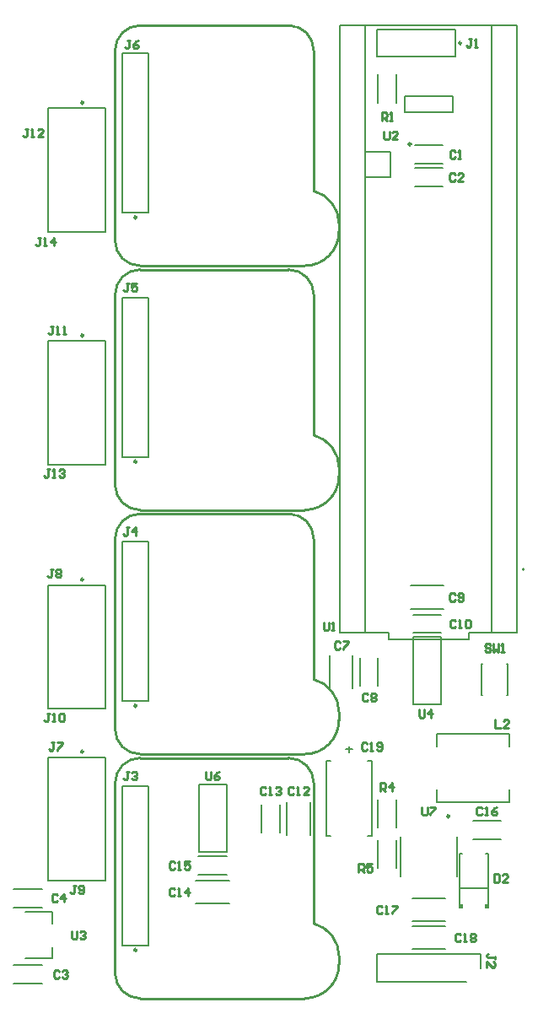
<source format=gto>
G04*
G04 #@! TF.GenerationSoftware,Altium Limited,Altium Designer,25.1.2 (22)*
G04*
G04 Layer_Color=65535*
%FSLAX26Y26*%
%MOIN*%
G70*
G04*
G04 #@! TF.SameCoordinates,36FF1957-655E-4FCE-A78B-4FF043CE075B*
G04*
G04*
G04 #@! TF.FilePolarity,Positive*
G04*
G01*
G75*
%ADD10C,0.010000*%
%ADD11C,0.009842*%
%ADD12C,0.007874*%
%ADD13C,0.006000*%
%ADD14C,0.005000*%
G36*
X1814732Y406810D02*
X1830740Y406759D01*
X1830562Y388666D01*
X1814732Y388810D01*
Y406810D01*
D02*
G37*
G36*
X1917030Y407135D02*
X1933038Y407082D01*
X1932860Y388990D01*
X1917030Y389135D01*
Y407135D01*
D02*
G37*
D10*
X1240000Y3781012D02*
G03*
X1141012Y3880000I-98988J0D01*
G01*
X553914D02*
G03*
X455000Y3781086I0J-98915D01*
G01*
Y3028620D02*
G03*
X553620Y2930000I98620J0D01*
G01*
X1340527Y3095000D02*
G03*
X1239992Y3225932I-135527J0D01*
G01*
X1205008Y2930000D02*
G03*
X1340000Y3065000I-8J135000D01*
G01*
X1240000Y2816012D02*
G03*
X1141012Y2915000I-98988J0D01*
G01*
X553914D02*
G03*
X455000Y2816086I0J-98915D01*
G01*
Y2063620D02*
G03*
X553620Y1965000I98620J0D01*
G01*
X1340527Y2130000D02*
G03*
X1239992Y2260932I-135527J0D01*
G01*
X1205008Y1965000D02*
G03*
X1340000Y2100000I-8J135000D01*
G01*
X1240000Y1851012D02*
G03*
X1141012Y1950000I-98988J0D01*
G01*
X553914D02*
G03*
X455000Y1851085I0J-98915D01*
G01*
Y1098620D02*
G03*
X553620Y1000000I98620J0D01*
G01*
X1340527Y1165000D02*
G03*
X1239992Y1295932I-135527J0D01*
G01*
X1205008Y1000000D02*
G03*
X1340000Y1135000I-8J135000D01*
G01*
X1240000Y886012D02*
G03*
X1141012Y985000I-98988J0D01*
G01*
X553914D02*
G03*
X455000Y886086I0J-98915D01*
G01*
Y133620D02*
G03*
X553620Y35000I98620J0D01*
G01*
X1340527Y200000D02*
G03*
X1239992Y330932I-135527J0D01*
G01*
X1205008Y35000D02*
G03*
X1340000Y170000I-8J135000D01*
G01*
X1240000Y3226000D02*
Y3781012D01*
X553914Y3880000D02*
X1141012D01*
X455000Y3028620D02*
Y3781086D01*
X553620Y2930000D02*
X1205008D01*
X1239992Y3225932D02*
X1240000Y3226000D01*
X1340000Y3065000D02*
X1340527Y3095000D01*
X1240000Y2261000D02*
Y2816012D01*
X553914Y2915000D02*
X1141012D01*
X455000Y2063620D02*
Y2816086D01*
X553620Y1965000D02*
X1205008D01*
X1239992Y2260932D02*
X1240000Y2261000D01*
X1340000Y2100000D02*
X1340527Y2130000D01*
X1240000Y1296000D02*
Y1851012D01*
X553914Y1950000D02*
X1141012D01*
X455000Y1098620D02*
Y1851085D01*
X553620Y1000000D02*
X1205008D01*
X1239992Y1295932D02*
X1240000Y1296000D01*
X1340000Y1135000D02*
X1340527Y1165000D01*
X1240000Y331000D02*
Y886012D01*
X553914Y985000D02*
X1141012D01*
X455000Y133620D02*
Y886086D01*
X553620Y35000D02*
X1205008D01*
X1239992Y330932D02*
X1240000Y331000D01*
X1340000Y170000D02*
X1340527Y200000D01*
X1278674Y1520995D02*
Y1494337D01*
X1284005Y1489005D01*
X1294668D01*
X1300000Y1494337D01*
Y1520995D01*
X1310663Y1489005D02*
X1321326D01*
X1315995D01*
Y1520995D01*
X1310663Y1515663D01*
X1668342Y790995D02*
Y764337D01*
X1673674Y759005D01*
X1684337D01*
X1689668Y764337D01*
Y790995D01*
X1700332D02*
X1721658D01*
Y785663D01*
X1700332Y764337D01*
Y759005D01*
X1418342Y534005D02*
Y565995D01*
X1434337D01*
X1439668Y560663D01*
Y550000D01*
X1434337Y544668D01*
X1418342D01*
X1429005D02*
X1439668Y534005D01*
X1471658Y565995D02*
X1450332D01*
Y550000D01*
X1460995Y555332D01*
X1466326D01*
X1471658Y550000D01*
Y539337D01*
X1466326Y534005D01*
X1455663D01*
X1450332Y539337D01*
X1503342Y854005D02*
Y885995D01*
X1519337D01*
X1524668Y880663D01*
Y870000D01*
X1519337Y864668D01*
X1503342D01*
X1514005D02*
X1524668Y854005D01*
X1551326D02*
Y885995D01*
X1535332Y870000D01*
X1556658D01*
X1958342Y1135995D02*
Y1104005D01*
X1979668D01*
X2011658D02*
X1990332D01*
X2011658Y1125332D01*
Y1130663D01*
X2006326Y1135995D01*
X1995663D01*
X1990332Y1130663D01*
X1953342Y525995D02*
Y494005D01*
X1969337D01*
X1974668Y499337D01*
Y520663D01*
X1969337Y525995D01*
X1953342D01*
X2006658Y494005D02*
X1985332D01*
X2006658Y515332D01*
Y520663D01*
X2001326Y525995D01*
X1990663D01*
X1985332Y520663D01*
X1451339Y1040663D02*
X1446008Y1045995D01*
X1435345D01*
X1430013Y1040663D01*
Y1019337D01*
X1435345Y1014005D01*
X1446008D01*
X1451339Y1019337D01*
X1462003Y1014005D02*
X1472666D01*
X1467334D01*
Y1045995D01*
X1462003Y1040663D01*
X1488661Y1019337D02*
X1493992Y1014005D01*
X1504656D01*
X1509987Y1019337D01*
Y1040663D01*
X1504656Y1045995D01*
X1493992D01*
X1488661Y1040663D01*
Y1035332D01*
X1493992Y1030000D01*
X1509987D01*
X1821339Y285663D02*
X1816008Y290995D01*
X1805345D01*
X1800013Y285663D01*
Y264337D01*
X1805345Y259005D01*
X1816008D01*
X1821339Y264337D01*
X1832003Y259005D02*
X1842666D01*
X1837334D01*
Y290995D01*
X1832003Y285663D01*
X1858661D02*
X1863992Y290995D01*
X1874656D01*
X1879987Y285663D01*
Y280332D01*
X1874656Y275000D01*
X1879987Y269668D01*
Y264337D01*
X1874656Y259005D01*
X1863992D01*
X1858661Y264337D01*
Y269668D01*
X1863992Y275000D01*
X1858661Y280332D01*
Y285663D01*
X1863992Y275000D02*
X1874656D01*
X1511339Y395663D02*
X1506008Y400995D01*
X1495345D01*
X1490013Y395663D01*
Y374337D01*
X1495345Y369005D01*
X1506008D01*
X1511339Y374337D01*
X1522003Y369005D02*
X1532666D01*
X1527334D01*
Y400995D01*
X1522003Y395663D01*
X1548661Y400995D02*
X1569987D01*
Y395663D01*
X1548661Y374337D01*
Y369005D01*
X1906339Y785663D02*
X1901008Y790995D01*
X1890345D01*
X1885013Y785663D01*
Y764337D01*
X1890345Y759005D01*
X1901008D01*
X1906339Y764337D01*
X1917003Y759005D02*
X1927666D01*
X1922334D01*
Y790995D01*
X1917003Y785663D01*
X1964987Y790995D02*
X1954324Y785663D01*
X1943661Y775000D01*
Y764337D01*
X1948992Y759005D01*
X1959656D01*
X1964987Y764337D01*
Y769668D01*
X1959656Y775000D01*
X1943661D01*
X209668Y1730995D02*
X199005D01*
X204337D01*
Y1704337D01*
X199005Y1699005D01*
X193674D01*
X188342Y1704337D01*
X220332Y1725663D02*
X225663Y1730995D01*
X236327D01*
X241658Y1725663D01*
Y1720332D01*
X236327Y1715000D01*
X241658Y1709668D01*
Y1704337D01*
X236327Y1699005D01*
X225663D01*
X220332Y1704337D01*
Y1709668D01*
X225663Y1715000D01*
X220332Y1720332D01*
Y1725663D01*
X225663Y1715000D02*
X236327D01*
X161339Y3040995D02*
X150676D01*
X156008D01*
Y3014337D01*
X150676Y3009005D01*
X145345D01*
X140013Y3014337D01*
X172003Y3009005D02*
X182666D01*
X177334D01*
Y3040995D01*
X172003Y3035663D01*
X214655Y3009005D02*
Y3040995D01*
X198661Y3025000D01*
X219987D01*
X196339Y2125995D02*
X185676D01*
X191008D01*
Y2099337D01*
X185676Y2094005D01*
X180345D01*
X175013Y2099337D01*
X207003Y2094005D02*
X217666D01*
X212334D01*
Y2125995D01*
X207003Y2120663D01*
X233661D02*
X238992Y2125995D01*
X249655D01*
X254987Y2120663D01*
Y2115332D01*
X249655Y2110000D01*
X244324D01*
X249655D01*
X254987Y2104668D01*
Y2099337D01*
X249655Y2094005D01*
X238992D01*
X233661Y2099337D01*
X111339Y3470995D02*
X100676D01*
X106008D01*
Y3444337D01*
X100676Y3439005D01*
X95345D01*
X90013Y3444337D01*
X122003Y3439005D02*
X132666D01*
X127334D01*
Y3470995D01*
X122003Y3465663D01*
X169987Y3439005D02*
X148661D01*
X169987Y3460332D01*
Y3465663D01*
X164655Y3470995D01*
X153992D01*
X148661Y3465663D01*
X211671Y2690995D02*
X201008D01*
X206339D01*
Y2664337D01*
X201008Y2659005D01*
X195676D01*
X190345Y2664337D01*
X222334Y2659005D02*
X232998D01*
X227666D01*
Y2690995D01*
X222334Y2685663D01*
X248992Y2659005D02*
X259656D01*
X254324D01*
Y2690995D01*
X248992Y2685663D01*
X196339Y1160995D02*
X185676D01*
X191008D01*
Y1134337D01*
X185676Y1129005D01*
X180345D01*
X175013Y1134337D01*
X207003Y1129005D02*
X217666D01*
X212334D01*
Y1160995D01*
X207003Y1155663D01*
X233661D02*
X238992Y1160995D01*
X249655D01*
X254987Y1155663D01*
Y1134337D01*
X249655Y1129005D01*
X238992D01*
X233661Y1134337D01*
Y1155663D01*
X299668Y480995D02*
X289005D01*
X294337D01*
Y454337D01*
X289005Y449005D01*
X283674D01*
X278342Y454337D01*
X310332D02*
X315663Y449005D01*
X326327D01*
X331658Y454337D01*
Y475663D01*
X326327Y480995D01*
X315663D01*
X310332Y475663D01*
Y470332D01*
X315663Y465000D01*
X331658D01*
X214668Y1045995D02*
X204005D01*
X209337D01*
Y1019337D01*
X204005Y1014005D01*
X198674D01*
X193342Y1019337D01*
X225332Y1045995D02*
X246658D01*
Y1040663D01*
X225332Y1019337D01*
Y1014005D01*
X514668Y3820995D02*
X504005D01*
X509337D01*
Y3794337D01*
X504005Y3789005D01*
X498674D01*
X493342Y3794337D01*
X546658Y3820995D02*
X535995Y3815663D01*
X525332Y3805000D01*
Y3794337D01*
X530663Y3789005D01*
X541327D01*
X546658Y3794337D01*
Y3799668D01*
X541327Y3805000D01*
X525332D01*
X509668Y2860995D02*
X499005D01*
X504337D01*
Y2834337D01*
X499005Y2829005D01*
X493674D01*
X488342Y2834337D01*
X541658Y2860995D02*
X520332D01*
Y2845000D01*
X530995Y2850332D01*
X536327D01*
X541658Y2845000D01*
Y2834337D01*
X536327Y2829005D01*
X525663D01*
X520332Y2834337D01*
X509668Y1895995D02*
X499005D01*
X504337D01*
Y1869337D01*
X499005Y1864005D01*
X493674D01*
X488342Y1869337D01*
X536327Y1864005D02*
Y1895995D01*
X520332Y1880000D01*
X541658D01*
X509668Y930995D02*
X499005D01*
X504337D01*
Y904337D01*
X499005Y899005D01*
X493674D01*
X488342Y904337D01*
X520332Y925663D02*
X525663Y930995D01*
X536327D01*
X541658Y925663D01*
Y920332D01*
X536327Y915000D01*
X530995D01*
X536327D01*
X541658Y909668D01*
Y904337D01*
X536327Y899005D01*
X525663D01*
X520332Y904337D01*
X1939005Y1430663D02*
X1933674Y1435995D01*
X1923010D01*
X1917679Y1430663D01*
Y1425332D01*
X1923010Y1420000D01*
X1933674D01*
X1939005Y1414668D01*
Y1409337D01*
X1933674Y1404005D01*
X1923010D01*
X1917679Y1409337D01*
X1949668Y1435995D02*
Y1404005D01*
X1960332Y1414668D01*
X1970995Y1404005D01*
Y1435995D01*
X1981658Y1404005D02*
X1992321D01*
X1986990D01*
Y1435995D01*
X1981658Y1430663D01*
X1518342Y3460995D02*
Y3434337D01*
X1523674Y3429005D01*
X1534337D01*
X1539668Y3434337D01*
Y3460995D01*
X1571658Y3429005D02*
X1550332D01*
X1571658Y3450332D01*
Y3455663D01*
X1566326Y3460995D01*
X1555663D01*
X1550332Y3455663D01*
X1508674Y3504005D02*
Y3535995D01*
X1524668D01*
X1530000Y3530663D01*
Y3520000D01*
X1524668Y3514668D01*
X1508674D01*
X1519337D02*
X1530000Y3504005D01*
X1540663D02*
X1551326D01*
X1545995D01*
Y3535995D01*
X1540663Y3530663D01*
X1865000Y3825995D02*
X1854337D01*
X1859668D01*
Y3799337D01*
X1854337Y3794005D01*
X1849005D01*
X1843674Y3799337D01*
X1875663Y3794005D02*
X1886326D01*
X1880995D01*
Y3825995D01*
X1875663Y3820663D01*
X1799668Y3290663D02*
X1794337Y3295995D01*
X1783674D01*
X1778342Y3290663D01*
Y3269337D01*
X1783674Y3264005D01*
X1794337D01*
X1799668Y3269337D01*
X1831658Y3264005D02*
X1810332D01*
X1831658Y3285332D01*
Y3290663D01*
X1826326Y3295995D01*
X1815663D01*
X1810332Y3290663D01*
X1800000Y3380663D02*
X1794668Y3385995D01*
X1784005D01*
X1778674Y3380663D01*
Y3359337D01*
X1784005Y3354005D01*
X1794668D01*
X1800000Y3359337D01*
X1810663Y3354005D02*
X1821326D01*
X1815995D01*
Y3385995D01*
X1810663Y3380663D01*
X1955995Y190332D02*
Y200995D01*
Y195663D01*
X1929337D01*
X1924005Y200995D01*
Y206327D01*
X1929337Y211658D01*
X1924005Y158342D02*
Y179668D01*
X1945332Y158342D01*
X1950663D01*
X1955995Y163674D01*
Y174337D01*
X1950663Y179668D01*
X813342Y930995D02*
Y904337D01*
X818674Y899005D01*
X829337D01*
X834668Y904337D01*
Y930995D01*
X866658D02*
X855995Y925663D01*
X845332Y915000D01*
Y904337D01*
X850663Y899005D01*
X861327D01*
X866658Y904337D01*
Y909668D01*
X861327Y915000D01*
X845332D01*
X691339Y570663D02*
X686008Y575995D01*
X675345D01*
X670013Y570663D01*
Y549337D01*
X675345Y544005D01*
X686008D01*
X691339Y549337D01*
X702003Y544005D02*
X712666D01*
X707334D01*
Y575995D01*
X702003Y570663D01*
X749987Y575995D02*
X728661D01*
Y560000D01*
X739324Y565332D01*
X744655D01*
X749987Y560000D01*
Y549337D01*
X744655Y544005D01*
X733992D01*
X728661Y549337D01*
X691339Y465663D02*
X686008Y470995D01*
X675345D01*
X670013Y465663D01*
Y444337D01*
X675345Y439005D01*
X686008D01*
X691339Y444337D01*
X702003Y439005D02*
X712666D01*
X707334D01*
Y470995D01*
X702003Y465663D01*
X744655Y439005D02*
Y470995D01*
X728661Y455000D01*
X749987D01*
X1051339Y865663D02*
X1046008Y870995D01*
X1035345D01*
X1030013Y865663D01*
Y844337D01*
X1035345Y839005D01*
X1046008D01*
X1051339Y844337D01*
X1062003Y839005D02*
X1072666D01*
X1067334D01*
Y870995D01*
X1062003Y865663D01*
X1088661D02*
X1093992Y870995D01*
X1104656D01*
X1109987Y865663D01*
Y860332D01*
X1104656Y855000D01*
X1099324D01*
X1104656D01*
X1109987Y849668D01*
Y844337D01*
X1104656Y839005D01*
X1093992D01*
X1088661Y844337D01*
X1161339Y865663D02*
X1156008Y870995D01*
X1145345D01*
X1140013Y865663D01*
Y844337D01*
X1145345Y839005D01*
X1156008D01*
X1161339Y844337D01*
X1172003Y839005D02*
X1182666D01*
X1177334D01*
Y870995D01*
X1172003Y865663D01*
X1219987Y839005D02*
X1198661D01*
X1219987Y860332D01*
Y865663D01*
X1214656Y870995D01*
X1203992D01*
X1198661Y865663D01*
X1801339Y1525663D02*
X1796008Y1530995D01*
X1785345D01*
X1780013Y1525663D01*
Y1504337D01*
X1785345Y1499005D01*
X1796008D01*
X1801339Y1504337D01*
X1812003Y1499005D02*
X1822666D01*
X1817334D01*
Y1530995D01*
X1812003Y1525663D01*
X1838661D02*
X1843992Y1530995D01*
X1854656D01*
X1859987Y1525663D01*
Y1504337D01*
X1854656Y1499005D01*
X1843992D01*
X1838661Y1504337D01*
Y1525663D01*
X1799668Y1630663D02*
X1794337Y1635995D01*
X1783674D01*
X1778342Y1630663D01*
Y1609337D01*
X1783674Y1604005D01*
X1794337D01*
X1799668Y1609337D01*
X1810332D02*
X1815663Y1604005D01*
X1826326D01*
X1831658Y1609337D01*
Y1630663D01*
X1826326Y1635995D01*
X1815663D01*
X1810332Y1630663D01*
Y1625332D01*
X1815663Y1620000D01*
X1831658D01*
X1454668Y1235663D02*
X1449337Y1240995D01*
X1438674D01*
X1433342Y1235663D01*
Y1214337D01*
X1438674Y1209005D01*
X1449337D01*
X1454668Y1214337D01*
X1465332Y1235663D02*
X1470663Y1240995D01*
X1481326D01*
X1486658Y1235663D01*
Y1230332D01*
X1481326Y1225000D01*
X1486658Y1219668D01*
Y1214337D01*
X1481326Y1209005D01*
X1470663D01*
X1465332Y1214337D01*
Y1219668D01*
X1470663Y1225000D01*
X1465332Y1230332D01*
Y1235663D01*
X1470663Y1225000D02*
X1481326D01*
X1656866Y1177248D02*
Y1150590D01*
X1662197Y1145259D01*
X1672860D01*
X1678192Y1150590D01*
Y1177248D01*
X1704850Y1145259D02*
Y1177248D01*
X1688855Y1161254D01*
X1710182D01*
X1344668Y1440663D02*
X1339337Y1445995D01*
X1328674D01*
X1323342Y1440663D01*
Y1419337D01*
X1328674Y1414005D01*
X1339337D01*
X1344668Y1419337D01*
X1355332Y1445995D02*
X1376658D01*
Y1440663D01*
X1355332Y1419337D01*
Y1414005D01*
X235020Y141509D02*
X229688Y146841D01*
X219025D01*
X213693Y141509D01*
Y120183D01*
X219025Y114851D01*
X229688D01*
X235020Y120183D01*
X245683Y141509D02*
X251015Y146841D01*
X261678D01*
X267009Y141509D01*
Y136178D01*
X261678Y130846D01*
X256346D01*
X261678D01*
X267009Y125514D01*
Y120183D01*
X261678Y114851D01*
X251015D01*
X245683Y120183D01*
X227685Y442417D02*
X222353Y447749D01*
X211690D01*
X206359Y442417D01*
Y421091D01*
X211690Y415759D01*
X222353D01*
X227685Y421091D01*
X254343Y415759D02*
Y447749D01*
X238348Y431754D01*
X259675D01*
X283342Y300995D02*
Y274337D01*
X288674Y269005D01*
X299337D01*
X304668Y274337D01*
Y300995D01*
X315332Y295663D02*
X320663Y300995D01*
X331327D01*
X336658Y295663D01*
Y290332D01*
X331327Y285000D01*
X325995D01*
X331327D01*
X336658Y279668D01*
Y274337D01*
X331327Y269005D01*
X320663D01*
X315332Y274337D01*
D11*
X539921Y3121142D02*
G03*
X539921Y3121142I-4921J0D01*
G01*
Y226142D02*
G03*
X539921Y226142I-4921J0D01*
G01*
Y1191142D02*
G03*
X539921Y1191142I-4921J0D01*
G01*
Y2156142D02*
G03*
X539921Y2156142I-4921J0D01*
G01*
X1775906Y754449D02*
G03*
X1775906Y754449I-4921J0D01*
G01*
X1823543Y3810000D02*
G03*
X1823543Y3810000I-4921J0D01*
G01*
X1624921Y3410751D02*
G03*
X1624921Y3410751I-4921J0D01*
G01*
X329921Y2654961D02*
G03*
X329921Y2654961I-4921J0D01*
G01*
Y1689961D02*
G03*
X329921Y1689961I-4921J0D01*
G01*
Y3574961D02*
G03*
X329921Y3574961I-4921J0D01*
G01*
Y1009961D02*
G03*
X329921Y1009961I-4921J0D01*
G01*
D12*
X2072953Y1730000D02*
G03*
X2072953Y1730000I-3937J0D01*
G01*
X54643Y165672D02*
X165357D01*
X54643Y94328D02*
X165357D01*
X481850Y3140236D02*
X588150D01*
Y3769764D01*
X481850D02*
X588150D01*
X481850Y3140236D02*
Y3769764D01*
Y245236D02*
X588150D01*
Y874764D01*
X481850D02*
X588150D01*
X481850Y245236D02*
Y874764D01*
X1133618Y679917D02*
Y810083D01*
X1226382Y679917D02*
Y810083D01*
X774917Y408618D02*
X905083D01*
X774917Y501382D02*
X905083D01*
X1034328Y689643D02*
Y800357D01*
X1105672Y689643D02*
Y800357D01*
X784643Y524328D02*
X895357D01*
X784643Y595672D02*
X895357D01*
X481850Y1210236D02*
X588150D01*
Y1839764D01*
X481850D02*
X588150D01*
X481850Y1210236D02*
Y1839764D01*
Y2175236D02*
X588150D01*
Y2804764D01*
X481850D02*
X588150D01*
X481850Y2175236D02*
Y2804764D01*
X1807205Y516260D02*
Y673740D01*
X1582795Y516260D02*
Y673740D01*
X1565672Y3574643D02*
Y3685357D01*
X1494328Y3574643D02*
Y3685357D01*
X1489094Y3862953D02*
X1800906D01*
Y3757047D02*
Y3862953D01*
X1489094Y3757047D02*
X1800906D01*
X1489094D02*
Y3862953D01*
X1598445Y3537489D02*
X1791555D01*
Y3598830D01*
X1598445D02*
X1791555D01*
X1598445Y3537489D02*
Y3598830D01*
X1489094Y101063D02*
X1845000D01*
X1489094D02*
Y208937D01*
X1900906D01*
Y155000D02*
Y208937D01*
X2008150Y1232008D02*
Y1357992D01*
X1901850Y1232008D02*
X1906772D01*
X2003228D02*
X2008150D01*
X1901850D02*
Y1357992D01*
X1906772D01*
X2003228D02*
X2008150D01*
X1394905Y1261171D02*
Y1391336D01*
X1302142Y1261171D02*
Y1391336D01*
X1633167Y1551925D02*
X1743880D01*
X1633167Y1480582D02*
X1743880D01*
X1494195Y1270897D02*
Y1381610D01*
X1422852Y1270897D02*
Y1381610D01*
X54643Y465672D02*
X165357D01*
X54643Y394328D02*
X165357D01*
X191142Y2145118D02*
Y2633307D01*
X417520D01*
Y2145118D02*
Y2633307D01*
X191142Y2145118D02*
X417520D01*
X191142Y1180118D02*
Y1668307D01*
X417520D01*
X191142Y1180118D02*
X417520D01*
Y1668307D01*
X191142Y3065118D02*
X417520D01*
Y3553307D01*
X191142D02*
X417520D01*
X191142Y3065118D02*
Y3553307D01*
Y500118D02*
Y988307D01*
X417520D01*
Y500118D02*
Y988307D01*
X191142Y500118D02*
X417520D01*
X1565672Y549643D02*
Y660357D01*
X1494328Y549643D02*
Y660357D01*
X1565672Y709643D02*
Y820357D01*
X1494328Y709643D02*
Y820357D01*
X1380000Y1007087D02*
Y1030709D01*
X1368189Y1018898D02*
X1391811D01*
X1291417Y675394D02*
X1308150D01*
X1451850D02*
X1468583D01*
Y974606D01*
X1291417D02*
X1308150D01*
X1451850D02*
X1468583D01*
X1291417Y675394D02*
Y974606D01*
X1629917Y338618D02*
X1760083D01*
X1629917Y431382D02*
X1760083D01*
X1726299Y1029646D02*
Y1078858D01*
X2013701Y1029646D02*
Y1078858D01*
X1726299Y811142D02*
Y860354D01*
X2013701Y811142D02*
Y860354D01*
X1726299Y1078858D02*
X2013701D01*
X1726299Y811142D02*
X2013701D01*
X1869643Y735672D02*
X1980357D01*
X1869643Y664328D02*
X1980357D01*
X1629917Y228618D02*
X1760083D01*
X1629917Y321382D02*
X1760083D01*
X1639643Y3244328D02*
X1750357D01*
X1639643Y3315672D02*
X1750357D01*
X1639643Y3334328D02*
X1750357D01*
X1639643Y3405672D02*
X1750357D01*
X1623441Y1574872D02*
X1753606D01*
X1623441Y1667635D02*
X1753606D01*
D13*
X786048Y612347D02*
X896000D01*
Y880159D01*
X786048D02*
X896000D01*
X786048Y612347D02*
Y880159D01*
X1920166Y608121D02*
X1929584Y608385D01*
X1930032Y403812D02*
Y608236D01*
X1817732Y471224D02*
X1930032D01*
X1817732Y608236D02*
X1827150Y608499D01*
X1817732Y403812D02*
Y608236D01*
X1632524Y1463906D02*
X1742476D01*
X1632524Y1196094D02*
Y1463906D01*
Y1196094D02*
X1742476D01*
Y1463906D01*
X100741Y192473D02*
X205165D01*
Y237702D01*
X100741Y375637D02*
X205165D01*
Y330408D02*
Y375637D01*
D14*
X1545000Y3280000D02*
Y3380000D01*
X1345000Y1480000D02*
X1536339D01*
X1853661D02*
X2045000D01*
X1536339Y1452441D02*
X1853661D01*
X1536339D02*
Y1480000D01*
X1853661Y1452441D02*
Y1480000D01*
X2045000D02*
Y3880000D01*
X1345000D02*
X2045000D01*
X1345000Y1480000D02*
Y3880000D01*
X1445000Y1480000D02*
Y3880000D01*
X1945000Y1480000D02*
Y3880000D01*
X1445000Y3380000D02*
X1545000D01*
X1445000Y3280000D02*
X1545000D01*
M02*

</source>
